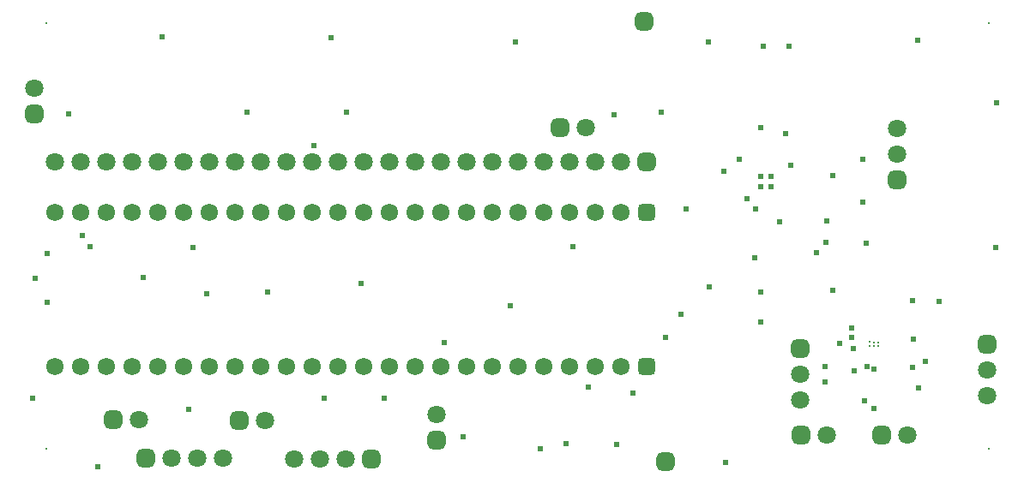
<source format=gbs>
G04*
G04 #@! TF.GenerationSoftware,Altium Limited,Altium Designer,21.6.4 (81)*
G04*
G04 Layer_Color=16711935*
%FSLAX44Y44*%
%MOMM*%
G71*
G04*
G04 #@! TF.SameCoordinates,B5D7AA2C-AE02-420C-9FE3-D908FE65D14F*
G04*
G04*
G04 #@! TF.FilePolarity,Negative*
G04*
G01*
G75*
%ADD47C,1.8032*%
G04:AMPARAMS|DCode=48|XSize=1.8032mm|YSize=1.8032mm|CornerRadius=0.5016mm|HoleSize=0mm|Usage=FLASHONLY|Rotation=0.000|XOffset=0mm|YOffset=0mm|HoleType=Round|Shape=RoundedRectangle|*
%AMROUNDEDRECTD48*
21,1,1.8032,0.8000,0,0,0.0*
21,1,0.8000,1.8032,0,0,0.0*
1,1,1.0032,0.4000,-0.4000*
1,1,1.0032,-0.4000,-0.4000*
1,1,1.0032,-0.4000,0.4000*
1,1,1.0032,0.4000,0.4000*
%
%ADD48ROUNDEDRECTD48*%
G04:AMPARAMS|DCode=49|XSize=1.8032mm|YSize=1.8032mm|CornerRadius=0.5016mm|HoleSize=0mm|Usage=FLASHONLY|Rotation=90.000|XOffset=0mm|YOffset=0mm|HoleType=Round|Shape=RoundedRectangle|*
%AMROUNDEDRECTD49*
21,1,1.8032,0.8000,0,0,90.0*
21,1,0.8000,1.8032,0,0,90.0*
1,1,1.0032,0.4000,0.4000*
1,1,1.0032,0.4000,-0.4000*
1,1,1.0032,-0.4000,-0.4000*
1,1,1.0032,-0.4000,0.4000*
%
%ADD49ROUNDEDRECTD49*%
%ADD50C,0.2000*%
%ADD51C,1.7232*%
G04:AMPARAMS|DCode=52|XSize=1.7232mm|YSize=1.7232mm|CornerRadius=0.4816mm|HoleSize=0mm|Usage=FLASHONLY|Rotation=180.000|XOffset=0mm|YOffset=0mm|HoleType=Round|Shape=RoundedRectangle|*
%AMROUNDEDRECTD52*
21,1,1.7232,0.7600,0,0,180.0*
21,1,0.7600,1.7232,0,0,180.0*
1,1,0.9632,-0.3800,0.3800*
1,1,0.9632,0.3800,0.3800*
1,1,0.9632,0.3800,-0.3800*
1,1,0.9632,-0.3800,-0.3800*
%
%ADD52ROUNDEDRECTD52*%
%ADD53C,0.2200*%
%ADD54C,0.6200*%
D47*
X562700Y347093D02*
D03*
X879450Y43250D02*
D03*
X869250Y346150D02*
D03*
Y320750D02*
D03*
X799950Y43157D02*
D03*
X274650Y19500D02*
D03*
X300050D02*
D03*
X325450D02*
D03*
X204400Y20250D02*
D03*
X179000D02*
D03*
X153600D02*
D03*
X774000Y77850D02*
D03*
Y103250D02*
D03*
X415000Y63200D02*
D03*
X245700Y57807D02*
D03*
X121450Y58507D02*
D03*
X18000Y386200D02*
D03*
X37900Y313150D02*
D03*
X63300D02*
D03*
X88700D02*
D03*
X114100D02*
D03*
X139500D02*
D03*
X266500D02*
D03*
X342700D02*
D03*
X368100D02*
D03*
X393500D02*
D03*
X444300D02*
D03*
X469700D02*
D03*
X520500D02*
D03*
X571300D02*
D03*
X596700D02*
D03*
X545900D02*
D03*
X495100D02*
D03*
X418900D02*
D03*
X317300D02*
D03*
X291900D02*
D03*
X241100D02*
D03*
X215700D02*
D03*
X190300D02*
D03*
X164900D02*
D03*
X958750Y82200D02*
D03*
Y107600D02*
D03*
D48*
X537300Y347093D02*
D03*
X619750Y452000D02*
D03*
X854050Y43250D02*
D03*
X641250Y17000D02*
D03*
X774550Y43157D02*
D03*
X350850Y19500D02*
D03*
X128200Y20250D02*
D03*
X220300Y57807D02*
D03*
X96050Y58507D02*
D03*
X622100Y313150D02*
D03*
D49*
X869250Y295350D02*
D03*
X774000Y128650D02*
D03*
X415000Y37800D02*
D03*
X18000Y360800D02*
D03*
X958750Y133000D02*
D03*
D50*
X960000Y30000D02*
D03*
Y450000D02*
D03*
X30000D02*
D03*
Y30000D02*
D03*
D51*
X215700Y110750D02*
D03*
X241100D02*
D03*
X342700D02*
D03*
X393500D02*
D03*
X469700D02*
D03*
X571300D02*
D03*
X596700D02*
D03*
X545900D02*
D03*
X520500D02*
D03*
X495100D02*
D03*
X444300D02*
D03*
X418900D02*
D03*
X368100D02*
D03*
X317300D02*
D03*
X291900D02*
D03*
X266500D02*
D03*
X190300D02*
D03*
X164900D02*
D03*
X139500D02*
D03*
X114100D02*
D03*
X88700D02*
D03*
X63300D02*
D03*
X37900D02*
D03*
X215700Y263150D02*
D03*
X241100D02*
D03*
X342700D02*
D03*
X393500D02*
D03*
X469700D02*
D03*
X571300D02*
D03*
X596700D02*
D03*
X545900D02*
D03*
X520500D02*
D03*
X495100D02*
D03*
X444300D02*
D03*
X418900D02*
D03*
X368100D02*
D03*
X317300D02*
D03*
X291900D02*
D03*
X266500D02*
D03*
X190300D02*
D03*
X164900D02*
D03*
X139500D02*
D03*
X114100D02*
D03*
X88700D02*
D03*
X63300D02*
D03*
X37900D02*
D03*
D52*
X622100Y110750D02*
D03*
Y263150D02*
D03*
D53*
X842973Y135041D02*
D03*
X850876Y130994D02*
D03*
X846927Y131064D02*
D03*
X850841Y134874D02*
D03*
X846750Y134898D02*
D03*
X842954Y131000D02*
D03*
D54*
X799500Y233500D02*
D03*
X294250Y329750D02*
D03*
X325750Y362000D02*
D03*
X759250Y341000D02*
D03*
X248000Y184500D02*
D03*
X188250Y182750D02*
D03*
X19000Y198500D02*
D03*
X30500Y174250D02*
D03*
X31000Y222500D02*
D03*
X609000Y84250D02*
D03*
X728750Y218250D02*
D03*
X806000Y299500D02*
D03*
X789656Y223542D02*
D03*
X735250Y155250D02*
D03*
X846500Y69250D02*
D03*
X837500Y77250D02*
D03*
X827000Y106750D02*
D03*
X813250Y134000D02*
D03*
X806500Y186250D02*
D03*
X898000Y116000D02*
D03*
X884500Y110000D02*
D03*
X840254Y110895D02*
D03*
X886000Y137750D02*
D03*
X911250Y175000D02*
D03*
X884500Y176250D02*
D03*
X891250Y89500D02*
D03*
X839250Y232750D02*
D03*
X835750Y273750D02*
D03*
X835500Y315500D02*
D03*
X227750Y362500D02*
D03*
X729681Y266500D02*
D03*
X170250Y68500D02*
D03*
X590500Y359750D02*
D03*
X798750Y95750D02*
D03*
Y111250D02*
D03*
X16000Y79750D02*
D03*
X80750Y12250D02*
D03*
X363500Y79750D02*
D03*
X304000Y80000D02*
D03*
X656000Y162500D02*
D03*
X549500Y229250D02*
D03*
X340500Y193250D02*
D03*
X684250Y190000D02*
D03*
X734750Y184714D02*
D03*
X640750Y140000D02*
D03*
X700500Y16000D02*
D03*
X967250Y228500D02*
D03*
X968250Y371500D02*
D03*
X890000Y433500D02*
D03*
X683000Y431500D02*
D03*
X493250D02*
D03*
X310750Y436000D02*
D03*
X143750Y436750D02*
D03*
X422750Y135000D02*
D03*
X51700Y360800D02*
D03*
X592750Y33500D02*
D03*
X542500Y34750D02*
D03*
X441507Y41150D02*
D03*
X65250Y240750D02*
D03*
X125750Y199000D02*
D03*
X763000Y427750D02*
D03*
X738000Y427500D02*
D03*
X661000Y266500D02*
D03*
X698500Y304250D02*
D03*
X636500Y362250D02*
D03*
X517550Y30000D02*
D03*
X824500Y140000D02*
D03*
X826092Y128750D02*
D03*
X765000Y310250D02*
D03*
X745000Y289000D02*
D03*
X735250D02*
D03*
X744885Y298635D02*
D03*
X735115D02*
D03*
X713500Y315750D02*
D03*
X721500Y276500D02*
D03*
X753450Y254200D02*
D03*
X800400Y254750D02*
D03*
X735400Y346750D02*
D03*
X846750Y108000D02*
D03*
X824750Y149250D02*
D03*
X488025Y171000D02*
D03*
X565250Y90500D02*
D03*
X174250Y229000D02*
D03*
X73000Y229500D02*
D03*
M02*

</source>
